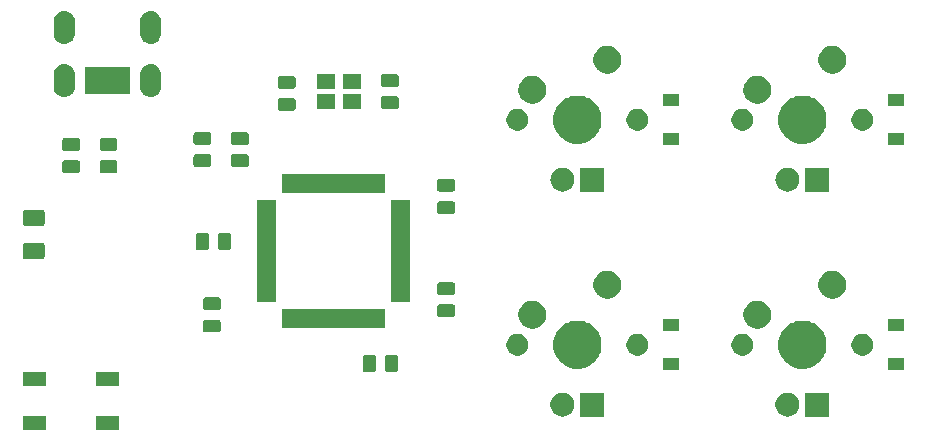
<source format=gbs>
G04 #@! TF.GenerationSoftware,KiCad,Pcbnew,(5.1.4)-1*
G04 #@! TF.CreationDate,2020-12-10T18:26:19-06:00*
G04 #@! TF.ProjectId,pcb-guide,7063622d-6775-4696-9465-2e6b69636164,rev?*
G04 #@! TF.SameCoordinates,Original*
G04 #@! TF.FileFunction,Soldermask,Bot*
G04 #@! TF.FilePolarity,Negative*
%FSLAX46Y46*%
G04 Gerber Fmt 4.6, Leading zero omitted, Abs format (unit mm)*
G04 Created by KiCad (PCBNEW (5.1.4)-1) date 2020-12-10 18:26:19*
%MOMM*%
%LPD*%
G04 APERTURE LIST*
%ADD10C,0.100000*%
G04 APERTURE END LIST*
D10*
G36*
X175501000Y-61252000D02*
G01*
X173599000Y-61252000D01*
X173599000Y-60050000D01*
X175501000Y-60050000D01*
X175501000Y-61252000D01*
X175501000Y-61252000D01*
G37*
G36*
X169301000Y-61252000D02*
G01*
X167399000Y-61252000D01*
X167399000Y-60050000D01*
X169301000Y-60050000D01*
X169301000Y-61252000D01*
X169301000Y-61252000D01*
G37*
G36*
X213168925Y-58120488D02*
G01*
X213335210Y-58153563D01*
X213517836Y-58229209D01*
X213682194Y-58339030D01*
X213821970Y-58478806D01*
X213931791Y-58643164D01*
X214007437Y-58825790D01*
X214046000Y-59019664D01*
X214046000Y-59217336D01*
X214007437Y-59411210D01*
X213931791Y-59593836D01*
X213821970Y-59758194D01*
X213682194Y-59897970D01*
X213517836Y-60007791D01*
X213335210Y-60083437D01*
X213168925Y-60116512D01*
X213141337Y-60122000D01*
X212943663Y-60122000D01*
X212916075Y-60116512D01*
X212749790Y-60083437D01*
X212567164Y-60007791D01*
X212402806Y-59897970D01*
X212263030Y-59758194D01*
X212153209Y-59593836D01*
X212077563Y-59411210D01*
X212039000Y-59217336D01*
X212039000Y-59019664D01*
X212077563Y-58825790D01*
X212153209Y-58643164D01*
X212263030Y-58478806D01*
X212402806Y-58339030D01*
X212567164Y-58229209D01*
X212749790Y-58153563D01*
X212916075Y-58120488D01*
X212943663Y-58115000D01*
X213141337Y-58115000D01*
X213168925Y-58120488D01*
X213168925Y-58120488D01*
G37*
G36*
X216586000Y-60122000D02*
G01*
X214579000Y-60122000D01*
X214579000Y-58115000D01*
X216586000Y-58115000D01*
X216586000Y-60122000D01*
X216586000Y-60122000D01*
G37*
G36*
X235636000Y-60122000D02*
G01*
X233629000Y-60122000D01*
X233629000Y-58115000D01*
X235636000Y-58115000D01*
X235636000Y-60122000D01*
X235636000Y-60122000D01*
G37*
G36*
X232218925Y-58120488D02*
G01*
X232385210Y-58153563D01*
X232567836Y-58229209D01*
X232732194Y-58339030D01*
X232871970Y-58478806D01*
X232981791Y-58643164D01*
X233057437Y-58825790D01*
X233096000Y-59019664D01*
X233096000Y-59217336D01*
X233057437Y-59411210D01*
X232981791Y-59593836D01*
X232871970Y-59758194D01*
X232732194Y-59897970D01*
X232567836Y-60007791D01*
X232385210Y-60083437D01*
X232218925Y-60116512D01*
X232191337Y-60122000D01*
X231993663Y-60122000D01*
X231966075Y-60116512D01*
X231799790Y-60083437D01*
X231617164Y-60007791D01*
X231452806Y-59897970D01*
X231313030Y-59758194D01*
X231203209Y-59593836D01*
X231127563Y-59411210D01*
X231089000Y-59217336D01*
X231089000Y-59019664D01*
X231127563Y-58825790D01*
X231203209Y-58643164D01*
X231313030Y-58478806D01*
X231452806Y-58339030D01*
X231617164Y-58229209D01*
X231799790Y-58153563D01*
X231966075Y-58120488D01*
X231993663Y-58115000D01*
X232191337Y-58115000D01*
X232218925Y-58120488D01*
X232218925Y-58120488D01*
G37*
G36*
X169301000Y-57552000D02*
G01*
X167399000Y-57552000D01*
X167399000Y-56350000D01*
X169301000Y-56350000D01*
X169301000Y-57552000D01*
X169301000Y-57552000D01*
G37*
G36*
X175501000Y-57552000D02*
G01*
X173599000Y-57552000D01*
X173599000Y-56350000D01*
X175501000Y-56350000D01*
X175501000Y-57552000D01*
X175501000Y-57552000D01*
G37*
G36*
X198953218Y-54879565D02*
G01*
X198991888Y-54891296D01*
X199027527Y-54910346D01*
X199058767Y-54935983D01*
X199084404Y-54967223D01*
X199103454Y-55002862D01*
X199115185Y-55041532D01*
X199119750Y-55087888D01*
X199119750Y-56164112D01*
X199115185Y-56210468D01*
X199103454Y-56249138D01*
X199084404Y-56284777D01*
X199058767Y-56316017D01*
X199027527Y-56341654D01*
X198991888Y-56360704D01*
X198953218Y-56372435D01*
X198906862Y-56377000D01*
X198255638Y-56377000D01*
X198209282Y-56372435D01*
X198170612Y-56360704D01*
X198134973Y-56341654D01*
X198103733Y-56316017D01*
X198078096Y-56284777D01*
X198059046Y-56249138D01*
X198047315Y-56210468D01*
X198042750Y-56164112D01*
X198042750Y-55087888D01*
X198047315Y-55041532D01*
X198059046Y-55002862D01*
X198078096Y-54967223D01*
X198103733Y-54935983D01*
X198134973Y-54910346D01*
X198170612Y-54891296D01*
X198209282Y-54879565D01*
X198255638Y-54875000D01*
X198906862Y-54875000D01*
X198953218Y-54879565D01*
X198953218Y-54879565D01*
G37*
G36*
X197078218Y-54879565D02*
G01*
X197116888Y-54891296D01*
X197152527Y-54910346D01*
X197183767Y-54935983D01*
X197209404Y-54967223D01*
X197228454Y-55002862D01*
X197240185Y-55041532D01*
X197244750Y-55087888D01*
X197244750Y-56164112D01*
X197240185Y-56210468D01*
X197228454Y-56249138D01*
X197209404Y-56284777D01*
X197183767Y-56316017D01*
X197152527Y-56341654D01*
X197116888Y-56360704D01*
X197078218Y-56372435D01*
X197031862Y-56377000D01*
X196380638Y-56377000D01*
X196334282Y-56372435D01*
X196295612Y-56360704D01*
X196259973Y-56341654D01*
X196228733Y-56316017D01*
X196203096Y-56284777D01*
X196184046Y-56249138D01*
X196172315Y-56210468D01*
X196167750Y-56164112D01*
X196167750Y-55087888D01*
X196172315Y-55041532D01*
X196184046Y-55002862D01*
X196203096Y-54967223D01*
X196228733Y-54935983D01*
X196259973Y-54910346D01*
X196295612Y-54891296D01*
X196334282Y-54879565D01*
X196380638Y-54875000D01*
X197031862Y-54875000D01*
X197078218Y-54879565D01*
X197078218Y-54879565D01*
G37*
G36*
X222901000Y-56189500D02*
G01*
X221599000Y-56189500D01*
X221599000Y-55187500D01*
X222901000Y-55187500D01*
X222901000Y-56189500D01*
X222901000Y-56189500D01*
G37*
G36*
X241951000Y-56189500D02*
G01*
X240649000Y-56189500D01*
X240649000Y-55187500D01*
X241951000Y-55187500D01*
X241951000Y-56189500D01*
X241951000Y-56189500D01*
G37*
G36*
X214908974Y-52072184D02*
G01*
X215126974Y-52162483D01*
X215281123Y-52226333D01*
X215616048Y-52450123D01*
X215900877Y-52734952D01*
X216124667Y-53069877D01*
X216157062Y-53148086D01*
X216278816Y-53442026D01*
X216357400Y-53837094D01*
X216357400Y-54239906D01*
X216278816Y-54634974D01*
X216227951Y-54757772D01*
X216124667Y-55007123D01*
X215900877Y-55342048D01*
X215616048Y-55626877D01*
X215281123Y-55850667D01*
X215126974Y-55914517D01*
X214908974Y-56004816D01*
X214513906Y-56083400D01*
X214111094Y-56083400D01*
X213716026Y-56004816D01*
X213498026Y-55914517D01*
X213343877Y-55850667D01*
X213008952Y-55626877D01*
X212724123Y-55342048D01*
X212500333Y-55007123D01*
X212397049Y-54757772D01*
X212346184Y-54634974D01*
X212267600Y-54239906D01*
X212267600Y-53837094D01*
X212346184Y-53442026D01*
X212467938Y-53148086D01*
X212500333Y-53069877D01*
X212724123Y-52734952D01*
X213008952Y-52450123D01*
X213343877Y-52226333D01*
X213498026Y-52162483D01*
X213716026Y-52072184D01*
X214111094Y-51993600D01*
X214513906Y-51993600D01*
X214908974Y-52072184D01*
X214908974Y-52072184D01*
G37*
G36*
X233958974Y-52072184D02*
G01*
X234176974Y-52162483D01*
X234331123Y-52226333D01*
X234666048Y-52450123D01*
X234950877Y-52734952D01*
X235174667Y-53069877D01*
X235207062Y-53148086D01*
X235328816Y-53442026D01*
X235407400Y-53837094D01*
X235407400Y-54239906D01*
X235328816Y-54634974D01*
X235277951Y-54757772D01*
X235174667Y-55007123D01*
X234950877Y-55342048D01*
X234666048Y-55626877D01*
X234331123Y-55850667D01*
X234176974Y-55914517D01*
X233958974Y-56004816D01*
X233563906Y-56083400D01*
X233161094Y-56083400D01*
X232766026Y-56004816D01*
X232548026Y-55914517D01*
X232393877Y-55850667D01*
X232058952Y-55626877D01*
X231774123Y-55342048D01*
X231550333Y-55007123D01*
X231447049Y-54757772D01*
X231396184Y-54634974D01*
X231317600Y-54239906D01*
X231317600Y-53837094D01*
X231396184Y-53442026D01*
X231517938Y-53148086D01*
X231550333Y-53069877D01*
X231774123Y-52734952D01*
X232058952Y-52450123D01*
X232393877Y-52226333D01*
X232548026Y-52162483D01*
X232766026Y-52072184D01*
X233161094Y-51993600D01*
X233563906Y-51993600D01*
X233958974Y-52072184D01*
X233958974Y-52072184D01*
G37*
G36*
X238712604Y-53148085D02*
G01*
X238881126Y-53217889D01*
X239032791Y-53319228D01*
X239161772Y-53448209D01*
X239263111Y-53599874D01*
X239332915Y-53768396D01*
X239368500Y-53947297D01*
X239368500Y-54129703D01*
X239332915Y-54308604D01*
X239263111Y-54477126D01*
X239161772Y-54628791D01*
X239032791Y-54757772D01*
X238881126Y-54859111D01*
X238712604Y-54928915D01*
X238533703Y-54964500D01*
X238351297Y-54964500D01*
X238172396Y-54928915D01*
X238003874Y-54859111D01*
X237852209Y-54757772D01*
X237723228Y-54628791D01*
X237621889Y-54477126D01*
X237552085Y-54308604D01*
X237516500Y-54129703D01*
X237516500Y-53947297D01*
X237552085Y-53768396D01*
X237621889Y-53599874D01*
X237723228Y-53448209D01*
X237852209Y-53319228D01*
X238003874Y-53217889D01*
X238172396Y-53148085D01*
X238351297Y-53112500D01*
X238533703Y-53112500D01*
X238712604Y-53148085D01*
X238712604Y-53148085D01*
G37*
G36*
X228552604Y-53148085D02*
G01*
X228721126Y-53217889D01*
X228872791Y-53319228D01*
X229001772Y-53448209D01*
X229103111Y-53599874D01*
X229172915Y-53768396D01*
X229208500Y-53947297D01*
X229208500Y-54129703D01*
X229172915Y-54308604D01*
X229103111Y-54477126D01*
X229001772Y-54628791D01*
X228872791Y-54757772D01*
X228721126Y-54859111D01*
X228552604Y-54928915D01*
X228373703Y-54964500D01*
X228191297Y-54964500D01*
X228012396Y-54928915D01*
X227843874Y-54859111D01*
X227692209Y-54757772D01*
X227563228Y-54628791D01*
X227461889Y-54477126D01*
X227392085Y-54308604D01*
X227356500Y-54129703D01*
X227356500Y-53947297D01*
X227392085Y-53768396D01*
X227461889Y-53599874D01*
X227563228Y-53448209D01*
X227692209Y-53319228D01*
X227843874Y-53217889D01*
X228012396Y-53148085D01*
X228191297Y-53112500D01*
X228373703Y-53112500D01*
X228552604Y-53148085D01*
X228552604Y-53148085D01*
G37*
G36*
X219662604Y-53148085D02*
G01*
X219831126Y-53217889D01*
X219982791Y-53319228D01*
X220111772Y-53448209D01*
X220213111Y-53599874D01*
X220282915Y-53768396D01*
X220318500Y-53947297D01*
X220318500Y-54129703D01*
X220282915Y-54308604D01*
X220213111Y-54477126D01*
X220111772Y-54628791D01*
X219982791Y-54757772D01*
X219831126Y-54859111D01*
X219662604Y-54928915D01*
X219483703Y-54964500D01*
X219301297Y-54964500D01*
X219122396Y-54928915D01*
X218953874Y-54859111D01*
X218802209Y-54757772D01*
X218673228Y-54628791D01*
X218571889Y-54477126D01*
X218502085Y-54308604D01*
X218466500Y-54129703D01*
X218466500Y-53947297D01*
X218502085Y-53768396D01*
X218571889Y-53599874D01*
X218673228Y-53448209D01*
X218802209Y-53319228D01*
X218953874Y-53217889D01*
X219122396Y-53148085D01*
X219301297Y-53112500D01*
X219483703Y-53112500D01*
X219662604Y-53148085D01*
X219662604Y-53148085D01*
G37*
G36*
X209502604Y-53148085D02*
G01*
X209671126Y-53217889D01*
X209822791Y-53319228D01*
X209951772Y-53448209D01*
X210053111Y-53599874D01*
X210122915Y-53768396D01*
X210158500Y-53947297D01*
X210158500Y-54129703D01*
X210122915Y-54308604D01*
X210053111Y-54477126D01*
X209951772Y-54628791D01*
X209822791Y-54757772D01*
X209671126Y-54859111D01*
X209502604Y-54928915D01*
X209323703Y-54964500D01*
X209141297Y-54964500D01*
X208962396Y-54928915D01*
X208793874Y-54859111D01*
X208642209Y-54757772D01*
X208513228Y-54628791D01*
X208411889Y-54477126D01*
X208342085Y-54308604D01*
X208306500Y-54129703D01*
X208306500Y-53947297D01*
X208342085Y-53768396D01*
X208411889Y-53599874D01*
X208513228Y-53448209D01*
X208642209Y-53319228D01*
X208793874Y-53217889D01*
X208962396Y-53148085D01*
X209141297Y-53112500D01*
X209323703Y-53112500D01*
X209502604Y-53148085D01*
X209502604Y-53148085D01*
G37*
G36*
X183940718Y-51917065D02*
G01*
X183979388Y-51928796D01*
X184015027Y-51947846D01*
X184046267Y-51973483D01*
X184071904Y-52004723D01*
X184090954Y-52040362D01*
X184102685Y-52079032D01*
X184107250Y-52125388D01*
X184107250Y-52776612D01*
X184102685Y-52822968D01*
X184090954Y-52861638D01*
X184071904Y-52897277D01*
X184046267Y-52928517D01*
X184015027Y-52954154D01*
X183979388Y-52973204D01*
X183940718Y-52984935D01*
X183894362Y-52989500D01*
X182818138Y-52989500D01*
X182771782Y-52984935D01*
X182733112Y-52973204D01*
X182697473Y-52954154D01*
X182666233Y-52928517D01*
X182640596Y-52897277D01*
X182621546Y-52861638D01*
X182609815Y-52822968D01*
X182605250Y-52776612D01*
X182605250Y-52125388D01*
X182609815Y-52079032D01*
X182621546Y-52040362D01*
X182640596Y-52004723D01*
X182666233Y-51973483D01*
X182697473Y-51947846D01*
X182733112Y-51928796D01*
X182771782Y-51917065D01*
X182818138Y-51912500D01*
X183894362Y-51912500D01*
X183940718Y-51917065D01*
X183940718Y-51917065D01*
G37*
G36*
X222901000Y-52889500D02*
G01*
X221599000Y-52889500D01*
X221599000Y-51887500D01*
X222901000Y-51887500D01*
X222901000Y-52889500D01*
X222901000Y-52889500D01*
G37*
G36*
X241951000Y-52889500D02*
G01*
X240649000Y-52889500D01*
X240649000Y-51887500D01*
X241951000Y-51887500D01*
X241951000Y-52889500D01*
X241951000Y-52889500D01*
G37*
G36*
X229744060Y-50337564D02*
G01*
X229895527Y-50367693D01*
X230109545Y-50456342D01*
X230109546Y-50456343D01*
X230302154Y-50585039D01*
X230465961Y-50748846D01*
X230519666Y-50829222D01*
X230594658Y-50941455D01*
X230683307Y-51155473D01*
X230683307Y-51155475D01*
X230728500Y-51382673D01*
X230728500Y-51614327D01*
X230714576Y-51684326D01*
X230683307Y-51841527D01*
X230594658Y-52055545D01*
X230594657Y-52055546D01*
X230465961Y-52248154D01*
X230302154Y-52411961D01*
X230245040Y-52450123D01*
X230109545Y-52540658D01*
X229895527Y-52629307D01*
X229744060Y-52659436D01*
X229668327Y-52674500D01*
X229436673Y-52674500D01*
X229360940Y-52659436D01*
X229209473Y-52629307D01*
X228995455Y-52540658D01*
X228859960Y-52450123D01*
X228802846Y-52411961D01*
X228639039Y-52248154D01*
X228510343Y-52055546D01*
X228510342Y-52055545D01*
X228421693Y-51841527D01*
X228390424Y-51684326D01*
X228376500Y-51614327D01*
X228376500Y-51382673D01*
X228421693Y-51155475D01*
X228421693Y-51155473D01*
X228510342Y-50941455D01*
X228585334Y-50829222D01*
X228639039Y-50748846D01*
X228802846Y-50585039D01*
X228995454Y-50456343D01*
X228995455Y-50456342D01*
X229209473Y-50367693D01*
X229360940Y-50337564D01*
X229436673Y-50322500D01*
X229668327Y-50322500D01*
X229744060Y-50337564D01*
X229744060Y-50337564D01*
G37*
G36*
X210694060Y-50337564D02*
G01*
X210845527Y-50367693D01*
X211059545Y-50456342D01*
X211059546Y-50456343D01*
X211252154Y-50585039D01*
X211415961Y-50748846D01*
X211469666Y-50829222D01*
X211544658Y-50941455D01*
X211633307Y-51155473D01*
X211633307Y-51155475D01*
X211678500Y-51382673D01*
X211678500Y-51614327D01*
X211664576Y-51684326D01*
X211633307Y-51841527D01*
X211544658Y-52055545D01*
X211544657Y-52055546D01*
X211415961Y-52248154D01*
X211252154Y-52411961D01*
X211195040Y-52450123D01*
X211059545Y-52540658D01*
X210845527Y-52629307D01*
X210694060Y-52659436D01*
X210618327Y-52674500D01*
X210386673Y-52674500D01*
X210310940Y-52659436D01*
X210159473Y-52629307D01*
X209945455Y-52540658D01*
X209809960Y-52450123D01*
X209752846Y-52411961D01*
X209589039Y-52248154D01*
X209460343Y-52055546D01*
X209460342Y-52055545D01*
X209371693Y-51841527D01*
X209340424Y-51684326D01*
X209326500Y-51614327D01*
X209326500Y-51382673D01*
X209371693Y-51155475D01*
X209371693Y-51155473D01*
X209460342Y-50941455D01*
X209535334Y-50829222D01*
X209589039Y-50748846D01*
X209752846Y-50585039D01*
X209945454Y-50456343D01*
X209945455Y-50456342D01*
X210159473Y-50367693D01*
X210310940Y-50337564D01*
X210386673Y-50322500D01*
X210618327Y-50322500D01*
X210694060Y-50337564D01*
X210694060Y-50337564D01*
G37*
G36*
X198001000Y-52602000D02*
G01*
X189349000Y-52602000D01*
X189349000Y-51000000D01*
X198001000Y-51000000D01*
X198001000Y-52602000D01*
X198001000Y-52602000D01*
G37*
G36*
X203784468Y-50617065D02*
G01*
X203823138Y-50628796D01*
X203858777Y-50647846D01*
X203890017Y-50673483D01*
X203915654Y-50704723D01*
X203934704Y-50740362D01*
X203946435Y-50779032D01*
X203951000Y-50825388D01*
X203951000Y-51476612D01*
X203946435Y-51522968D01*
X203934704Y-51561638D01*
X203915654Y-51597277D01*
X203890017Y-51628517D01*
X203858777Y-51654154D01*
X203823138Y-51673204D01*
X203784468Y-51684935D01*
X203738112Y-51689500D01*
X202661888Y-51689500D01*
X202615532Y-51684935D01*
X202576862Y-51673204D01*
X202541223Y-51654154D01*
X202509983Y-51628517D01*
X202484346Y-51597277D01*
X202465296Y-51561638D01*
X202453565Y-51522968D01*
X202449000Y-51476612D01*
X202449000Y-50825388D01*
X202453565Y-50779032D01*
X202465296Y-50740362D01*
X202484346Y-50704723D01*
X202509983Y-50673483D01*
X202541223Y-50647846D01*
X202576862Y-50628796D01*
X202615532Y-50617065D01*
X202661888Y-50612500D01*
X203738112Y-50612500D01*
X203784468Y-50617065D01*
X203784468Y-50617065D01*
G37*
G36*
X183940718Y-50042065D02*
G01*
X183979388Y-50053796D01*
X184015027Y-50072846D01*
X184046267Y-50098483D01*
X184071904Y-50129723D01*
X184090954Y-50165362D01*
X184102685Y-50204032D01*
X184107250Y-50250388D01*
X184107250Y-50901612D01*
X184102685Y-50947968D01*
X184090954Y-50986638D01*
X184071904Y-51022277D01*
X184046267Y-51053517D01*
X184015027Y-51079154D01*
X183979388Y-51098204D01*
X183940718Y-51109935D01*
X183894362Y-51114500D01*
X182818138Y-51114500D01*
X182771782Y-51109935D01*
X182733112Y-51098204D01*
X182697473Y-51079154D01*
X182666233Y-51053517D01*
X182640596Y-51022277D01*
X182621546Y-50986638D01*
X182609815Y-50947968D01*
X182605250Y-50901612D01*
X182605250Y-50250388D01*
X182609815Y-50204032D01*
X182621546Y-50165362D01*
X182640596Y-50129723D01*
X182666233Y-50098483D01*
X182697473Y-50072846D01*
X182733112Y-50053796D01*
X182771782Y-50042065D01*
X182818138Y-50037500D01*
X183894362Y-50037500D01*
X183940718Y-50042065D01*
X183940718Y-50042065D01*
G37*
G36*
X200176000Y-50427000D02*
G01*
X198574000Y-50427000D01*
X198574000Y-41775000D01*
X200176000Y-41775000D01*
X200176000Y-50427000D01*
X200176000Y-50427000D01*
G37*
G36*
X188776000Y-50427000D02*
G01*
X187174000Y-50427000D01*
X187174000Y-41775000D01*
X188776000Y-41775000D01*
X188776000Y-50427000D01*
X188776000Y-50427000D01*
G37*
G36*
X217044060Y-47797564D02*
G01*
X217195527Y-47827693D01*
X217409545Y-47916342D01*
X217409546Y-47916343D01*
X217602154Y-48045039D01*
X217765961Y-48208846D01*
X217851758Y-48337251D01*
X217894658Y-48401455D01*
X217983307Y-48615473D01*
X218028500Y-48842674D01*
X218028500Y-49074326D01*
X217983307Y-49301527D01*
X217894658Y-49515545D01*
X217894657Y-49515546D01*
X217765961Y-49708154D01*
X217602154Y-49871961D01*
X217473749Y-49957758D01*
X217409545Y-50000658D01*
X217195527Y-50089307D01*
X217059517Y-50116361D01*
X216968327Y-50134500D01*
X216736673Y-50134500D01*
X216645483Y-50116361D01*
X216509473Y-50089307D01*
X216295455Y-50000658D01*
X216231251Y-49957758D01*
X216102846Y-49871961D01*
X215939039Y-49708154D01*
X215810343Y-49515546D01*
X215810342Y-49515545D01*
X215721693Y-49301527D01*
X215676500Y-49074326D01*
X215676500Y-48842674D01*
X215721693Y-48615473D01*
X215810342Y-48401455D01*
X215853242Y-48337251D01*
X215939039Y-48208846D01*
X216102846Y-48045039D01*
X216295454Y-47916343D01*
X216295455Y-47916342D01*
X216509473Y-47827693D01*
X216660940Y-47797564D01*
X216736673Y-47782500D01*
X216968327Y-47782500D01*
X217044060Y-47797564D01*
X217044060Y-47797564D01*
G37*
G36*
X236094060Y-47797564D02*
G01*
X236245527Y-47827693D01*
X236459545Y-47916342D01*
X236459546Y-47916343D01*
X236652154Y-48045039D01*
X236815961Y-48208846D01*
X236901758Y-48337251D01*
X236944658Y-48401455D01*
X237033307Y-48615473D01*
X237078500Y-48842674D01*
X237078500Y-49074326D01*
X237033307Y-49301527D01*
X236944658Y-49515545D01*
X236944657Y-49515546D01*
X236815961Y-49708154D01*
X236652154Y-49871961D01*
X236523749Y-49957758D01*
X236459545Y-50000658D01*
X236245527Y-50089307D01*
X236109517Y-50116361D01*
X236018327Y-50134500D01*
X235786673Y-50134500D01*
X235695483Y-50116361D01*
X235559473Y-50089307D01*
X235345455Y-50000658D01*
X235281251Y-49957758D01*
X235152846Y-49871961D01*
X234989039Y-49708154D01*
X234860343Y-49515546D01*
X234860342Y-49515545D01*
X234771693Y-49301527D01*
X234726500Y-49074326D01*
X234726500Y-48842674D01*
X234771693Y-48615473D01*
X234860342Y-48401455D01*
X234903242Y-48337251D01*
X234989039Y-48208846D01*
X235152846Y-48045039D01*
X235345454Y-47916343D01*
X235345455Y-47916342D01*
X235559473Y-47827693D01*
X235710940Y-47797564D01*
X235786673Y-47782500D01*
X236018327Y-47782500D01*
X236094060Y-47797564D01*
X236094060Y-47797564D01*
G37*
G36*
X203784468Y-48742065D02*
G01*
X203823138Y-48753796D01*
X203858777Y-48772846D01*
X203890017Y-48798483D01*
X203915654Y-48829723D01*
X203934704Y-48865362D01*
X203946435Y-48904032D01*
X203951000Y-48950388D01*
X203951000Y-49601612D01*
X203946435Y-49647968D01*
X203934704Y-49686638D01*
X203915654Y-49722277D01*
X203890017Y-49753517D01*
X203858777Y-49779154D01*
X203823138Y-49798204D01*
X203784468Y-49809935D01*
X203738112Y-49814500D01*
X202661888Y-49814500D01*
X202615532Y-49809935D01*
X202576862Y-49798204D01*
X202541223Y-49779154D01*
X202509983Y-49753517D01*
X202484346Y-49722277D01*
X202465296Y-49686638D01*
X202453565Y-49647968D01*
X202449000Y-49601612D01*
X202449000Y-48950388D01*
X202453565Y-48904032D01*
X202465296Y-48865362D01*
X202484346Y-48829723D01*
X202509983Y-48798483D01*
X202541223Y-48772846D01*
X202576862Y-48753796D01*
X202615532Y-48742065D01*
X202661888Y-48737500D01*
X203738112Y-48737500D01*
X203784468Y-48742065D01*
X203784468Y-48742065D01*
G37*
G36*
X169043604Y-45429347D02*
G01*
X169080144Y-45440432D01*
X169113821Y-45458433D01*
X169143341Y-45482659D01*
X169167567Y-45512179D01*
X169185568Y-45545856D01*
X169196653Y-45582396D01*
X169201000Y-45626538D01*
X169201000Y-46575462D01*
X169196653Y-46619604D01*
X169185568Y-46656144D01*
X169167567Y-46689821D01*
X169143341Y-46719341D01*
X169113821Y-46743567D01*
X169080144Y-46761568D01*
X169043604Y-46772653D01*
X168999462Y-46777000D01*
X167550538Y-46777000D01*
X167506396Y-46772653D01*
X167469856Y-46761568D01*
X167436179Y-46743567D01*
X167406659Y-46719341D01*
X167382433Y-46689821D01*
X167364432Y-46656144D01*
X167353347Y-46619604D01*
X167349000Y-46575462D01*
X167349000Y-45626538D01*
X167353347Y-45582396D01*
X167364432Y-45545856D01*
X167382433Y-45512179D01*
X167406659Y-45482659D01*
X167436179Y-45458433D01*
X167469856Y-45440432D01*
X167506396Y-45429347D01*
X167550538Y-45425000D01*
X168999462Y-45425000D01*
X169043604Y-45429347D01*
X169043604Y-45429347D01*
G37*
G36*
X182934468Y-44560815D02*
G01*
X182973138Y-44572546D01*
X183008777Y-44591596D01*
X183040017Y-44617233D01*
X183065654Y-44648473D01*
X183084704Y-44684112D01*
X183096435Y-44722782D01*
X183101000Y-44769138D01*
X183101000Y-45845362D01*
X183096435Y-45891718D01*
X183084704Y-45930388D01*
X183065654Y-45966027D01*
X183040017Y-45997267D01*
X183008777Y-46022904D01*
X182973138Y-46041954D01*
X182934468Y-46053685D01*
X182888112Y-46058250D01*
X182236888Y-46058250D01*
X182190532Y-46053685D01*
X182151862Y-46041954D01*
X182116223Y-46022904D01*
X182084983Y-45997267D01*
X182059346Y-45966027D01*
X182040296Y-45930388D01*
X182028565Y-45891718D01*
X182024000Y-45845362D01*
X182024000Y-44769138D01*
X182028565Y-44722782D01*
X182040296Y-44684112D01*
X182059346Y-44648473D01*
X182084983Y-44617233D01*
X182116223Y-44591596D01*
X182151862Y-44572546D01*
X182190532Y-44560815D01*
X182236888Y-44556250D01*
X182888112Y-44556250D01*
X182934468Y-44560815D01*
X182934468Y-44560815D01*
G37*
G36*
X184809468Y-44560815D02*
G01*
X184848138Y-44572546D01*
X184883777Y-44591596D01*
X184915017Y-44617233D01*
X184940654Y-44648473D01*
X184959704Y-44684112D01*
X184971435Y-44722782D01*
X184976000Y-44769138D01*
X184976000Y-45845362D01*
X184971435Y-45891718D01*
X184959704Y-45930388D01*
X184940654Y-45966027D01*
X184915017Y-45997267D01*
X184883777Y-46022904D01*
X184848138Y-46041954D01*
X184809468Y-46053685D01*
X184763112Y-46058250D01*
X184111888Y-46058250D01*
X184065532Y-46053685D01*
X184026862Y-46041954D01*
X183991223Y-46022904D01*
X183959983Y-45997267D01*
X183934346Y-45966027D01*
X183915296Y-45930388D01*
X183903565Y-45891718D01*
X183899000Y-45845362D01*
X183899000Y-44769138D01*
X183903565Y-44722782D01*
X183915296Y-44684112D01*
X183934346Y-44648473D01*
X183959983Y-44617233D01*
X183991223Y-44591596D01*
X184026862Y-44572546D01*
X184065532Y-44560815D01*
X184111888Y-44556250D01*
X184763112Y-44556250D01*
X184809468Y-44560815D01*
X184809468Y-44560815D01*
G37*
G36*
X169043604Y-42629347D02*
G01*
X169080144Y-42640432D01*
X169113821Y-42658433D01*
X169143341Y-42682659D01*
X169167567Y-42712179D01*
X169185568Y-42745856D01*
X169196653Y-42782396D01*
X169201000Y-42826538D01*
X169201000Y-43775462D01*
X169196653Y-43819604D01*
X169185568Y-43856144D01*
X169167567Y-43889821D01*
X169143341Y-43919341D01*
X169113821Y-43943567D01*
X169080144Y-43961568D01*
X169043604Y-43972653D01*
X168999462Y-43977000D01*
X167550538Y-43977000D01*
X167506396Y-43972653D01*
X167469856Y-43961568D01*
X167436179Y-43943567D01*
X167406659Y-43919341D01*
X167382433Y-43889821D01*
X167364432Y-43856144D01*
X167353347Y-43819604D01*
X167349000Y-43775462D01*
X167349000Y-42826538D01*
X167353347Y-42782396D01*
X167364432Y-42745856D01*
X167382433Y-42712179D01*
X167406659Y-42682659D01*
X167436179Y-42658433D01*
X167469856Y-42640432D01*
X167506396Y-42629347D01*
X167550538Y-42625000D01*
X168999462Y-42625000D01*
X169043604Y-42629347D01*
X169043604Y-42629347D01*
G37*
G36*
X203784468Y-41885815D02*
G01*
X203823138Y-41897546D01*
X203858777Y-41916596D01*
X203890017Y-41942233D01*
X203915654Y-41973473D01*
X203934704Y-42009112D01*
X203946435Y-42047782D01*
X203951000Y-42094138D01*
X203951000Y-42745362D01*
X203946435Y-42791718D01*
X203934704Y-42830388D01*
X203915654Y-42866027D01*
X203890017Y-42897267D01*
X203858777Y-42922904D01*
X203823138Y-42941954D01*
X203784468Y-42953685D01*
X203738112Y-42958250D01*
X202661888Y-42958250D01*
X202615532Y-42953685D01*
X202576862Y-42941954D01*
X202541223Y-42922904D01*
X202509983Y-42897267D01*
X202484346Y-42866027D01*
X202465296Y-42830388D01*
X202453565Y-42791718D01*
X202449000Y-42745362D01*
X202449000Y-42094138D01*
X202453565Y-42047782D01*
X202465296Y-42009112D01*
X202484346Y-41973473D01*
X202509983Y-41942233D01*
X202541223Y-41916596D01*
X202576862Y-41897546D01*
X202615532Y-41885815D01*
X202661888Y-41881250D01*
X203738112Y-41881250D01*
X203784468Y-41885815D01*
X203784468Y-41885815D01*
G37*
G36*
X198001000Y-41202000D02*
G01*
X189349000Y-41202000D01*
X189349000Y-39600000D01*
X198001000Y-39600000D01*
X198001000Y-41202000D01*
X198001000Y-41202000D01*
G37*
G36*
X203784468Y-40010815D02*
G01*
X203823138Y-40022546D01*
X203858777Y-40041596D01*
X203890017Y-40067233D01*
X203915654Y-40098473D01*
X203934704Y-40134112D01*
X203946435Y-40172782D01*
X203951000Y-40219138D01*
X203951000Y-40870362D01*
X203946435Y-40916718D01*
X203934704Y-40955388D01*
X203915654Y-40991027D01*
X203890017Y-41022267D01*
X203858777Y-41047904D01*
X203823138Y-41066954D01*
X203784468Y-41078685D01*
X203738112Y-41083250D01*
X202661888Y-41083250D01*
X202615532Y-41078685D01*
X202576862Y-41066954D01*
X202541223Y-41047904D01*
X202509983Y-41022267D01*
X202484346Y-40991027D01*
X202465296Y-40955388D01*
X202453565Y-40916718D01*
X202449000Y-40870362D01*
X202449000Y-40219138D01*
X202453565Y-40172782D01*
X202465296Y-40134112D01*
X202484346Y-40098473D01*
X202509983Y-40067233D01*
X202541223Y-40041596D01*
X202576862Y-40022546D01*
X202615532Y-40010815D01*
X202661888Y-40006250D01*
X203738112Y-40006250D01*
X203784468Y-40010815D01*
X203784468Y-40010815D01*
G37*
G36*
X232218925Y-39070488D02*
G01*
X232385210Y-39103563D01*
X232567836Y-39179209D01*
X232732194Y-39289030D01*
X232871970Y-39428806D01*
X232981791Y-39593164D01*
X233057437Y-39775790D01*
X233090512Y-39942075D01*
X233096000Y-39969663D01*
X233096000Y-40167337D01*
X233094917Y-40172782D01*
X233057437Y-40361210D01*
X232981791Y-40543836D01*
X232871970Y-40708194D01*
X232732194Y-40847970D01*
X232567836Y-40957791D01*
X232385210Y-41033437D01*
X232218925Y-41066512D01*
X232191337Y-41072000D01*
X231993663Y-41072000D01*
X231966075Y-41066512D01*
X231799790Y-41033437D01*
X231617164Y-40957791D01*
X231452806Y-40847970D01*
X231313030Y-40708194D01*
X231203209Y-40543836D01*
X231127563Y-40361210D01*
X231090083Y-40172782D01*
X231089000Y-40167337D01*
X231089000Y-39969663D01*
X231094488Y-39942075D01*
X231127563Y-39775790D01*
X231203209Y-39593164D01*
X231313030Y-39428806D01*
X231452806Y-39289030D01*
X231617164Y-39179209D01*
X231799790Y-39103563D01*
X231966075Y-39070488D01*
X231993663Y-39065000D01*
X232191337Y-39065000D01*
X232218925Y-39070488D01*
X232218925Y-39070488D01*
G37*
G36*
X235636000Y-41072000D02*
G01*
X233629000Y-41072000D01*
X233629000Y-39065000D01*
X235636000Y-39065000D01*
X235636000Y-41072000D01*
X235636000Y-41072000D01*
G37*
G36*
X213168925Y-39070488D02*
G01*
X213335210Y-39103563D01*
X213517836Y-39179209D01*
X213682194Y-39289030D01*
X213821970Y-39428806D01*
X213931791Y-39593164D01*
X214007437Y-39775790D01*
X214040512Y-39942075D01*
X214046000Y-39969663D01*
X214046000Y-40167337D01*
X214044917Y-40172782D01*
X214007437Y-40361210D01*
X213931791Y-40543836D01*
X213821970Y-40708194D01*
X213682194Y-40847970D01*
X213517836Y-40957791D01*
X213335210Y-41033437D01*
X213168925Y-41066512D01*
X213141337Y-41072000D01*
X212943663Y-41072000D01*
X212916075Y-41066512D01*
X212749790Y-41033437D01*
X212567164Y-40957791D01*
X212402806Y-40847970D01*
X212263030Y-40708194D01*
X212153209Y-40543836D01*
X212077563Y-40361210D01*
X212040083Y-40172782D01*
X212039000Y-40167337D01*
X212039000Y-39969663D01*
X212044488Y-39942075D01*
X212077563Y-39775790D01*
X212153209Y-39593164D01*
X212263030Y-39428806D01*
X212402806Y-39289030D01*
X212567164Y-39179209D01*
X212749790Y-39103563D01*
X212916075Y-39070488D01*
X212943663Y-39065000D01*
X213141337Y-39065000D01*
X213168925Y-39070488D01*
X213168925Y-39070488D01*
G37*
G36*
X216586000Y-41072000D02*
G01*
X214579000Y-41072000D01*
X214579000Y-39065000D01*
X216586000Y-39065000D01*
X216586000Y-41072000D01*
X216586000Y-41072000D01*
G37*
G36*
X175209468Y-38423315D02*
G01*
X175248138Y-38435046D01*
X175283777Y-38454096D01*
X175315017Y-38479733D01*
X175340654Y-38510973D01*
X175359704Y-38546612D01*
X175371435Y-38585282D01*
X175376000Y-38631638D01*
X175376000Y-39282862D01*
X175371435Y-39329218D01*
X175359704Y-39367888D01*
X175340654Y-39403527D01*
X175315017Y-39434767D01*
X175283777Y-39460404D01*
X175248138Y-39479454D01*
X175209468Y-39491185D01*
X175163112Y-39495750D01*
X174086888Y-39495750D01*
X174040532Y-39491185D01*
X174001862Y-39479454D01*
X173966223Y-39460404D01*
X173934983Y-39434767D01*
X173909346Y-39403527D01*
X173890296Y-39367888D01*
X173878565Y-39329218D01*
X173874000Y-39282862D01*
X173874000Y-38631638D01*
X173878565Y-38585282D01*
X173890296Y-38546612D01*
X173909346Y-38510973D01*
X173934983Y-38479733D01*
X173966223Y-38454096D01*
X174001862Y-38435046D01*
X174040532Y-38423315D01*
X174086888Y-38418750D01*
X175163112Y-38418750D01*
X175209468Y-38423315D01*
X175209468Y-38423315D01*
G37*
G36*
X172034468Y-38423315D02*
G01*
X172073138Y-38435046D01*
X172108777Y-38454096D01*
X172140017Y-38479733D01*
X172165654Y-38510973D01*
X172184704Y-38546612D01*
X172196435Y-38585282D01*
X172201000Y-38631638D01*
X172201000Y-39282862D01*
X172196435Y-39329218D01*
X172184704Y-39367888D01*
X172165654Y-39403527D01*
X172140017Y-39434767D01*
X172108777Y-39460404D01*
X172073138Y-39479454D01*
X172034468Y-39491185D01*
X171988112Y-39495750D01*
X170911888Y-39495750D01*
X170865532Y-39491185D01*
X170826862Y-39479454D01*
X170791223Y-39460404D01*
X170759983Y-39434767D01*
X170734346Y-39403527D01*
X170715296Y-39367888D01*
X170703565Y-39329218D01*
X170699000Y-39282862D01*
X170699000Y-38631638D01*
X170703565Y-38585282D01*
X170715296Y-38546612D01*
X170734346Y-38510973D01*
X170759983Y-38479733D01*
X170791223Y-38454096D01*
X170826862Y-38435046D01*
X170865532Y-38423315D01*
X170911888Y-38418750D01*
X171988112Y-38418750D01*
X172034468Y-38423315D01*
X172034468Y-38423315D01*
G37*
G36*
X186321968Y-37917065D02*
G01*
X186360638Y-37928796D01*
X186396277Y-37947846D01*
X186427517Y-37973483D01*
X186453154Y-38004723D01*
X186472204Y-38040362D01*
X186483935Y-38079032D01*
X186488500Y-38125388D01*
X186488500Y-38776612D01*
X186483935Y-38822968D01*
X186472204Y-38861638D01*
X186453154Y-38897277D01*
X186427517Y-38928517D01*
X186396277Y-38954154D01*
X186360638Y-38973204D01*
X186321968Y-38984935D01*
X186275612Y-38989500D01*
X185199388Y-38989500D01*
X185153032Y-38984935D01*
X185114362Y-38973204D01*
X185078723Y-38954154D01*
X185047483Y-38928517D01*
X185021846Y-38897277D01*
X185002796Y-38861638D01*
X184991065Y-38822968D01*
X184986500Y-38776612D01*
X184986500Y-38125388D01*
X184991065Y-38079032D01*
X185002796Y-38040362D01*
X185021846Y-38004723D01*
X185047483Y-37973483D01*
X185078723Y-37947846D01*
X185114362Y-37928796D01*
X185153032Y-37917065D01*
X185199388Y-37912500D01*
X186275612Y-37912500D01*
X186321968Y-37917065D01*
X186321968Y-37917065D01*
G37*
G36*
X183146968Y-37917065D02*
G01*
X183185638Y-37928796D01*
X183221277Y-37947846D01*
X183252517Y-37973483D01*
X183278154Y-38004723D01*
X183297204Y-38040362D01*
X183308935Y-38079032D01*
X183313500Y-38125388D01*
X183313500Y-38776612D01*
X183308935Y-38822968D01*
X183297204Y-38861638D01*
X183278154Y-38897277D01*
X183252517Y-38928517D01*
X183221277Y-38954154D01*
X183185638Y-38973204D01*
X183146968Y-38984935D01*
X183100612Y-38989500D01*
X182024388Y-38989500D01*
X181978032Y-38984935D01*
X181939362Y-38973204D01*
X181903723Y-38954154D01*
X181872483Y-38928517D01*
X181846846Y-38897277D01*
X181827796Y-38861638D01*
X181816065Y-38822968D01*
X181811500Y-38776612D01*
X181811500Y-38125388D01*
X181816065Y-38079032D01*
X181827796Y-38040362D01*
X181846846Y-38004723D01*
X181872483Y-37973483D01*
X181903723Y-37947846D01*
X181939362Y-37928796D01*
X181978032Y-37917065D01*
X182024388Y-37912500D01*
X183100612Y-37912500D01*
X183146968Y-37917065D01*
X183146968Y-37917065D01*
G37*
G36*
X175209468Y-36548315D02*
G01*
X175248138Y-36560046D01*
X175283777Y-36579096D01*
X175315017Y-36604733D01*
X175340654Y-36635973D01*
X175359704Y-36671612D01*
X175371435Y-36710282D01*
X175376000Y-36756638D01*
X175376000Y-37407862D01*
X175371435Y-37454218D01*
X175359704Y-37492888D01*
X175340654Y-37528527D01*
X175315017Y-37559767D01*
X175283777Y-37585404D01*
X175248138Y-37604454D01*
X175209468Y-37616185D01*
X175163112Y-37620750D01*
X174086888Y-37620750D01*
X174040532Y-37616185D01*
X174001862Y-37604454D01*
X173966223Y-37585404D01*
X173934983Y-37559767D01*
X173909346Y-37528527D01*
X173890296Y-37492888D01*
X173878565Y-37454218D01*
X173874000Y-37407862D01*
X173874000Y-36756638D01*
X173878565Y-36710282D01*
X173890296Y-36671612D01*
X173909346Y-36635973D01*
X173934983Y-36604733D01*
X173966223Y-36579096D01*
X174001862Y-36560046D01*
X174040532Y-36548315D01*
X174086888Y-36543750D01*
X175163112Y-36543750D01*
X175209468Y-36548315D01*
X175209468Y-36548315D01*
G37*
G36*
X172034468Y-36548315D02*
G01*
X172073138Y-36560046D01*
X172108777Y-36579096D01*
X172140017Y-36604733D01*
X172165654Y-36635973D01*
X172184704Y-36671612D01*
X172196435Y-36710282D01*
X172201000Y-36756638D01*
X172201000Y-37407862D01*
X172196435Y-37454218D01*
X172184704Y-37492888D01*
X172165654Y-37528527D01*
X172140017Y-37559767D01*
X172108777Y-37585404D01*
X172073138Y-37604454D01*
X172034468Y-37616185D01*
X171988112Y-37620750D01*
X170911888Y-37620750D01*
X170865532Y-37616185D01*
X170826862Y-37604454D01*
X170791223Y-37585404D01*
X170759983Y-37559767D01*
X170734346Y-37528527D01*
X170715296Y-37492888D01*
X170703565Y-37454218D01*
X170699000Y-37407862D01*
X170699000Y-36756638D01*
X170703565Y-36710282D01*
X170715296Y-36671612D01*
X170734346Y-36635973D01*
X170759983Y-36604733D01*
X170791223Y-36579096D01*
X170826862Y-36560046D01*
X170865532Y-36548315D01*
X170911888Y-36543750D01*
X171988112Y-36543750D01*
X172034468Y-36548315D01*
X172034468Y-36548315D01*
G37*
G36*
X222901000Y-37139500D02*
G01*
X221599000Y-37139500D01*
X221599000Y-36137500D01*
X222901000Y-36137500D01*
X222901000Y-37139500D01*
X222901000Y-37139500D01*
G37*
G36*
X241951000Y-37139500D02*
G01*
X240649000Y-37139500D01*
X240649000Y-36137500D01*
X241951000Y-36137500D01*
X241951000Y-37139500D01*
X241951000Y-37139500D01*
G37*
G36*
X183146968Y-36042065D02*
G01*
X183185638Y-36053796D01*
X183221277Y-36072846D01*
X183252517Y-36098483D01*
X183278154Y-36129723D01*
X183297204Y-36165362D01*
X183308935Y-36204032D01*
X183313500Y-36250388D01*
X183313500Y-36901612D01*
X183308935Y-36947968D01*
X183297204Y-36986638D01*
X183278154Y-37022277D01*
X183252517Y-37053517D01*
X183221277Y-37079154D01*
X183185638Y-37098204D01*
X183146968Y-37109935D01*
X183100612Y-37114500D01*
X182024388Y-37114500D01*
X181978032Y-37109935D01*
X181939362Y-37098204D01*
X181903723Y-37079154D01*
X181872483Y-37053517D01*
X181846846Y-37022277D01*
X181827796Y-36986638D01*
X181816065Y-36947968D01*
X181811500Y-36901612D01*
X181811500Y-36250388D01*
X181816065Y-36204032D01*
X181827796Y-36165362D01*
X181846846Y-36129723D01*
X181872483Y-36098483D01*
X181903723Y-36072846D01*
X181939362Y-36053796D01*
X181978032Y-36042065D01*
X182024388Y-36037500D01*
X183100612Y-36037500D01*
X183146968Y-36042065D01*
X183146968Y-36042065D01*
G37*
G36*
X186321968Y-36042065D02*
G01*
X186360638Y-36053796D01*
X186396277Y-36072846D01*
X186427517Y-36098483D01*
X186453154Y-36129723D01*
X186472204Y-36165362D01*
X186483935Y-36204032D01*
X186488500Y-36250388D01*
X186488500Y-36901612D01*
X186483935Y-36947968D01*
X186472204Y-36986638D01*
X186453154Y-37022277D01*
X186427517Y-37053517D01*
X186396277Y-37079154D01*
X186360638Y-37098204D01*
X186321968Y-37109935D01*
X186275612Y-37114500D01*
X185199388Y-37114500D01*
X185153032Y-37109935D01*
X185114362Y-37098204D01*
X185078723Y-37079154D01*
X185047483Y-37053517D01*
X185021846Y-37022277D01*
X185002796Y-36986638D01*
X184991065Y-36947968D01*
X184986500Y-36901612D01*
X184986500Y-36250388D01*
X184991065Y-36204032D01*
X185002796Y-36165362D01*
X185021846Y-36129723D01*
X185047483Y-36098483D01*
X185078723Y-36072846D01*
X185114362Y-36053796D01*
X185153032Y-36042065D01*
X185199388Y-36037500D01*
X186275612Y-36037500D01*
X186321968Y-36042065D01*
X186321968Y-36042065D01*
G37*
G36*
X233958974Y-33022184D02*
G01*
X234176974Y-33112483D01*
X234331123Y-33176333D01*
X234666048Y-33400123D01*
X234950877Y-33684952D01*
X235174667Y-34019877D01*
X235207062Y-34098086D01*
X235328816Y-34392026D01*
X235407400Y-34787094D01*
X235407400Y-35189906D01*
X235328816Y-35584974D01*
X235277951Y-35707772D01*
X235174667Y-35957123D01*
X234950877Y-36292048D01*
X234666048Y-36576877D01*
X234331123Y-36800667D01*
X234176974Y-36864517D01*
X233958974Y-36954816D01*
X233563906Y-37033400D01*
X233161094Y-37033400D01*
X232766026Y-36954816D01*
X232548026Y-36864517D01*
X232393877Y-36800667D01*
X232058952Y-36576877D01*
X231774123Y-36292048D01*
X231550333Y-35957123D01*
X231447049Y-35707772D01*
X231396184Y-35584974D01*
X231317600Y-35189906D01*
X231317600Y-34787094D01*
X231396184Y-34392026D01*
X231517938Y-34098086D01*
X231550333Y-34019877D01*
X231774123Y-33684952D01*
X232058952Y-33400123D01*
X232393877Y-33176333D01*
X232548026Y-33112483D01*
X232766026Y-33022184D01*
X233161094Y-32943600D01*
X233563906Y-32943600D01*
X233958974Y-33022184D01*
X233958974Y-33022184D01*
G37*
G36*
X214908974Y-33022184D02*
G01*
X215126974Y-33112483D01*
X215281123Y-33176333D01*
X215616048Y-33400123D01*
X215900877Y-33684952D01*
X216124667Y-34019877D01*
X216157062Y-34098086D01*
X216278816Y-34392026D01*
X216357400Y-34787094D01*
X216357400Y-35189906D01*
X216278816Y-35584974D01*
X216227951Y-35707772D01*
X216124667Y-35957123D01*
X215900877Y-36292048D01*
X215616048Y-36576877D01*
X215281123Y-36800667D01*
X215126974Y-36864517D01*
X214908974Y-36954816D01*
X214513906Y-37033400D01*
X214111094Y-37033400D01*
X213716026Y-36954816D01*
X213498026Y-36864517D01*
X213343877Y-36800667D01*
X213008952Y-36576877D01*
X212724123Y-36292048D01*
X212500333Y-35957123D01*
X212397049Y-35707772D01*
X212346184Y-35584974D01*
X212267600Y-35189906D01*
X212267600Y-34787094D01*
X212346184Y-34392026D01*
X212467938Y-34098086D01*
X212500333Y-34019877D01*
X212724123Y-33684952D01*
X213008952Y-33400123D01*
X213343877Y-33176333D01*
X213498026Y-33112483D01*
X213716026Y-33022184D01*
X214111094Y-32943600D01*
X214513906Y-32943600D01*
X214908974Y-33022184D01*
X214908974Y-33022184D01*
G37*
G36*
X228552604Y-34098085D02*
G01*
X228721126Y-34167889D01*
X228872791Y-34269228D01*
X229001772Y-34398209D01*
X229103111Y-34549874D01*
X229172915Y-34718396D01*
X229208500Y-34897297D01*
X229208500Y-35079703D01*
X229172915Y-35258604D01*
X229103111Y-35427126D01*
X229001772Y-35578791D01*
X228872791Y-35707772D01*
X228721126Y-35809111D01*
X228552604Y-35878915D01*
X228373703Y-35914500D01*
X228191297Y-35914500D01*
X228012396Y-35878915D01*
X227843874Y-35809111D01*
X227692209Y-35707772D01*
X227563228Y-35578791D01*
X227461889Y-35427126D01*
X227392085Y-35258604D01*
X227356500Y-35079703D01*
X227356500Y-34897297D01*
X227392085Y-34718396D01*
X227461889Y-34549874D01*
X227563228Y-34398209D01*
X227692209Y-34269228D01*
X227843874Y-34167889D01*
X228012396Y-34098085D01*
X228191297Y-34062500D01*
X228373703Y-34062500D01*
X228552604Y-34098085D01*
X228552604Y-34098085D01*
G37*
G36*
X209502604Y-34098085D02*
G01*
X209671126Y-34167889D01*
X209822791Y-34269228D01*
X209951772Y-34398209D01*
X210053111Y-34549874D01*
X210122915Y-34718396D01*
X210158500Y-34897297D01*
X210158500Y-35079703D01*
X210122915Y-35258604D01*
X210053111Y-35427126D01*
X209951772Y-35578791D01*
X209822791Y-35707772D01*
X209671126Y-35809111D01*
X209502604Y-35878915D01*
X209323703Y-35914500D01*
X209141297Y-35914500D01*
X208962396Y-35878915D01*
X208793874Y-35809111D01*
X208642209Y-35707772D01*
X208513228Y-35578791D01*
X208411889Y-35427126D01*
X208342085Y-35258604D01*
X208306500Y-35079703D01*
X208306500Y-34897297D01*
X208342085Y-34718396D01*
X208411889Y-34549874D01*
X208513228Y-34398209D01*
X208642209Y-34269228D01*
X208793874Y-34167889D01*
X208962396Y-34098085D01*
X209141297Y-34062500D01*
X209323703Y-34062500D01*
X209502604Y-34098085D01*
X209502604Y-34098085D01*
G37*
G36*
X219662604Y-34098085D02*
G01*
X219831126Y-34167889D01*
X219982791Y-34269228D01*
X220111772Y-34398209D01*
X220213111Y-34549874D01*
X220282915Y-34718396D01*
X220318500Y-34897297D01*
X220318500Y-35079703D01*
X220282915Y-35258604D01*
X220213111Y-35427126D01*
X220111772Y-35578791D01*
X219982791Y-35707772D01*
X219831126Y-35809111D01*
X219662604Y-35878915D01*
X219483703Y-35914500D01*
X219301297Y-35914500D01*
X219122396Y-35878915D01*
X218953874Y-35809111D01*
X218802209Y-35707772D01*
X218673228Y-35578791D01*
X218571889Y-35427126D01*
X218502085Y-35258604D01*
X218466500Y-35079703D01*
X218466500Y-34897297D01*
X218502085Y-34718396D01*
X218571889Y-34549874D01*
X218673228Y-34398209D01*
X218802209Y-34269228D01*
X218953874Y-34167889D01*
X219122396Y-34098085D01*
X219301297Y-34062500D01*
X219483703Y-34062500D01*
X219662604Y-34098085D01*
X219662604Y-34098085D01*
G37*
G36*
X238712604Y-34098085D02*
G01*
X238881126Y-34167889D01*
X239032791Y-34269228D01*
X239161772Y-34398209D01*
X239263111Y-34549874D01*
X239332915Y-34718396D01*
X239368500Y-34897297D01*
X239368500Y-35079703D01*
X239332915Y-35258604D01*
X239263111Y-35427126D01*
X239161772Y-35578791D01*
X239032791Y-35707772D01*
X238881126Y-35809111D01*
X238712604Y-35878915D01*
X238533703Y-35914500D01*
X238351297Y-35914500D01*
X238172396Y-35878915D01*
X238003874Y-35809111D01*
X237852209Y-35707772D01*
X237723228Y-35578791D01*
X237621889Y-35427126D01*
X237552085Y-35258604D01*
X237516500Y-35079703D01*
X237516500Y-34897297D01*
X237552085Y-34718396D01*
X237621889Y-34549874D01*
X237723228Y-34398209D01*
X237852209Y-34269228D01*
X238003874Y-34167889D01*
X238172396Y-34098085D01*
X238351297Y-34062500D01*
X238533703Y-34062500D01*
X238712604Y-34098085D01*
X238712604Y-34098085D01*
G37*
G36*
X190290718Y-33154565D02*
G01*
X190329388Y-33166296D01*
X190365027Y-33185346D01*
X190396267Y-33210983D01*
X190421904Y-33242223D01*
X190440954Y-33277862D01*
X190452685Y-33316532D01*
X190457250Y-33362888D01*
X190457250Y-34014112D01*
X190452685Y-34060468D01*
X190440954Y-34099138D01*
X190421904Y-34134777D01*
X190396267Y-34166017D01*
X190365027Y-34191654D01*
X190329388Y-34210704D01*
X190290718Y-34222435D01*
X190244362Y-34227000D01*
X189168138Y-34227000D01*
X189121782Y-34222435D01*
X189083112Y-34210704D01*
X189047473Y-34191654D01*
X189016233Y-34166017D01*
X188990596Y-34134777D01*
X188971546Y-34099138D01*
X188959815Y-34060468D01*
X188955250Y-34014112D01*
X188955250Y-33362888D01*
X188959815Y-33316532D01*
X188971546Y-33277862D01*
X188990596Y-33242223D01*
X189016233Y-33210983D01*
X189047473Y-33185346D01*
X189083112Y-33166296D01*
X189121782Y-33154565D01*
X189168138Y-33150000D01*
X190244362Y-33150000D01*
X190290718Y-33154565D01*
X190290718Y-33154565D01*
G37*
G36*
X193813500Y-34108250D02*
G01*
X192311500Y-34108250D01*
X192311500Y-32806250D01*
X193813500Y-32806250D01*
X193813500Y-34108250D01*
X193813500Y-34108250D01*
G37*
G36*
X196013500Y-34108250D02*
G01*
X194511500Y-34108250D01*
X194511500Y-32806250D01*
X196013500Y-32806250D01*
X196013500Y-34108250D01*
X196013500Y-34108250D01*
G37*
G36*
X199021968Y-33010815D02*
G01*
X199060638Y-33022546D01*
X199096277Y-33041596D01*
X199127517Y-33067233D01*
X199153154Y-33098473D01*
X199172204Y-33134112D01*
X199183935Y-33172782D01*
X199188500Y-33219138D01*
X199188500Y-33870362D01*
X199183935Y-33916718D01*
X199172204Y-33955388D01*
X199153154Y-33991027D01*
X199127517Y-34022267D01*
X199096277Y-34047904D01*
X199060638Y-34066954D01*
X199021968Y-34078685D01*
X198975612Y-34083250D01*
X197899388Y-34083250D01*
X197853032Y-34078685D01*
X197814362Y-34066954D01*
X197778723Y-34047904D01*
X197747483Y-34022267D01*
X197721846Y-33991027D01*
X197702796Y-33955388D01*
X197691065Y-33916718D01*
X197686500Y-33870362D01*
X197686500Y-33219138D01*
X197691065Y-33172782D01*
X197702796Y-33134112D01*
X197721846Y-33098473D01*
X197747483Y-33067233D01*
X197778723Y-33041596D01*
X197814362Y-33022546D01*
X197853032Y-33010815D01*
X197899388Y-33006250D01*
X198975612Y-33006250D01*
X199021968Y-33010815D01*
X199021968Y-33010815D01*
G37*
G36*
X222901000Y-33839500D02*
G01*
X221599000Y-33839500D01*
X221599000Y-32837500D01*
X222901000Y-32837500D01*
X222901000Y-33839500D01*
X222901000Y-33839500D01*
G37*
G36*
X241951000Y-33839500D02*
G01*
X240649000Y-33839500D01*
X240649000Y-32837500D01*
X241951000Y-32837500D01*
X241951000Y-33839500D01*
X241951000Y-33839500D01*
G37*
G36*
X210656906Y-31280174D02*
G01*
X210845527Y-31317693D01*
X211059545Y-31406342D01*
X211059546Y-31406343D01*
X211252154Y-31535039D01*
X211415961Y-31698846D01*
X211501758Y-31827251D01*
X211544658Y-31891455D01*
X211633307Y-32105473D01*
X211656537Y-32222257D01*
X211678268Y-32331505D01*
X211678500Y-32332674D01*
X211678500Y-32564326D01*
X211633307Y-32791527D01*
X211544658Y-33005545D01*
X211520569Y-33041596D01*
X211415961Y-33198154D01*
X211252154Y-33361961D01*
X211123749Y-33447758D01*
X211059545Y-33490658D01*
X210845527Y-33579307D01*
X210694060Y-33609436D01*
X210618327Y-33624500D01*
X210386673Y-33624500D01*
X210310940Y-33609436D01*
X210159473Y-33579307D01*
X209945455Y-33490658D01*
X209881251Y-33447758D01*
X209752846Y-33361961D01*
X209589039Y-33198154D01*
X209484431Y-33041596D01*
X209460342Y-33005545D01*
X209371693Y-32791527D01*
X209326500Y-32564326D01*
X209326500Y-32332674D01*
X209326733Y-32331505D01*
X209348463Y-32222257D01*
X209371693Y-32105473D01*
X209460342Y-31891455D01*
X209503242Y-31827251D01*
X209589039Y-31698846D01*
X209752846Y-31535039D01*
X209945454Y-31406343D01*
X209945455Y-31406342D01*
X210159473Y-31317693D01*
X210348094Y-31280174D01*
X210386673Y-31272500D01*
X210618327Y-31272500D01*
X210656906Y-31280174D01*
X210656906Y-31280174D01*
G37*
G36*
X229706906Y-31280174D02*
G01*
X229895527Y-31317693D01*
X230109545Y-31406342D01*
X230109546Y-31406343D01*
X230302154Y-31535039D01*
X230465961Y-31698846D01*
X230551758Y-31827251D01*
X230594658Y-31891455D01*
X230683307Y-32105473D01*
X230706537Y-32222257D01*
X230728268Y-32331505D01*
X230728500Y-32332674D01*
X230728500Y-32564326D01*
X230683307Y-32791527D01*
X230594658Y-33005545D01*
X230570569Y-33041596D01*
X230465961Y-33198154D01*
X230302154Y-33361961D01*
X230173749Y-33447758D01*
X230109545Y-33490658D01*
X229895527Y-33579307D01*
X229744060Y-33609436D01*
X229668327Y-33624500D01*
X229436673Y-33624500D01*
X229360940Y-33609436D01*
X229209473Y-33579307D01*
X228995455Y-33490658D01*
X228931251Y-33447758D01*
X228802846Y-33361961D01*
X228639039Y-33198154D01*
X228534431Y-33041596D01*
X228510342Y-33005545D01*
X228421693Y-32791527D01*
X228376500Y-32564326D01*
X228376500Y-32332674D01*
X228376733Y-32331505D01*
X228398463Y-32222257D01*
X228421693Y-32105473D01*
X228510342Y-31891455D01*
X228553242Y-31827251D01*
X228639039Y-31698846D01*
X228802846Y-31535039D01*
X228995454Y-31406343D01*
X228995455Y-31406342D01*
X229209473Y-31317693D01*
X229398094Y-31280174D01*
X229436673Y-31272500D01*
X229668327Y-31272500D01*
X229706906Y-31280174D01*
X229706906Y-31280174D01*
G37*
G36*
X178357627Y-30290037D02*
G01*
X178527466Y-30341557D01*
X178683991Y-30425222D01*
X178719729Y-30454552D01*
X178821186Y-30537814D01*
X178904448Y-30639271D01*
X178933778Y-30675009D01*
X179017443Y-30831534D01*
X179068963Y-31001373D01*
X179082000Y-31133742D01*
X179082000Y-32222258D01*
X179068963Y-32354627D01*
X179017443Y-32524466D01*
X178933778Y-32680991D01*
X178904448Y-32716729D01*
X178821186Y-32818186D01*
X178683989Y-32930779D01*
X178533113Y-33011424D01*
X178527465Y-33014443D01*
X178357626Y-33065963D01*
X178181000Y-33083359D01*
X178004373Y-33065963D01*
X177834534Y-33014443D01*
X177827747Y-33010815D01*
X177678011Y-32930779D01*
X177678009Y-32930778D01*
X177642271Y-32901448D01*
X177540814Y-32818186D01*
X177428221Y-32680989D01*
X177344558Y-32524467D01*
X177309304Y-32408250D01*
X177293037Y-32354626D01*
X177280000Y-32222257D01*
X177280001Y-31133742D01*
X177293038Y-31001373D01*
X177344558Y-30831534D01*
X177428223Y-30675009D01*
X177457553Y-30639271D01*
X177540815Y-30537814D01*
X177642272Y-30454552D01*
X177678010Y-30425222D01*
X177834535Y-30341557D01*
X178004374Y-30290037D01*
X178181000Y-30272641D01*
X178357627Y-30290037D01*
X178357627Y-30290037D01*
G37*
G36*
X171057627Y-30290037D02*
G01*
X171227466Y-30341557D01*
X171383991Y-30425222D01*
X171419729Y-30454552D01*
X171521186Y-30537814D01*
X171604448Y-30639271D01*
X171633778Y-30675009D01*
X171717443Y-30831534D01*
X171768963Y-31001373D01*
X171782000Y-31133742D01*
X171782000Y-32222258D01*
X171768963Y-32354627D01*
X171717443Y-32524466D01*
X171633778Y-32680991D01*
X171604448Y-32716729D01*
X171521186Y-32818186D01*
X171383989Y-32930779D01*
X171233113Y-33011424D01*
X171227465Y-33014443D01*
X171057626Y-33065963D01*
X170881000Y-33083359D01*
X170704373Y-33065963D01*
X170534534Y-33014443D01*
X170527747Y-33010815D01*
X170378011Y-32930779D01*
X170378009Y-32930778D01*
X170342271Y-32901448D01*
X170240814Y-32818186D01*
X170128221Y-32680989D01*
X170044558Y-32524467D01*
X170009304Y-32408250D01*
X169993037Y-32354626D01*
X169980000Y-32222257D01*
X169980001Y-31133742D01*
X169993038Y-31001373D01*
X170044558Y-30831534D01*
X170128223Y-30675009D01*
X170157553Y-30639271D01*
X170240815Y-30537814D01*
X170342272Y-30454552D01*
X170378010Y-30425222D01*
X170534535Y-30341557D01*
X170704374Y-30290037D01*
X170881000Y-30272641D01*
X171057627Y-30290037D01*
X171057627Y-30290037D01*
G37*
G36*
X176432000Y-32854000D02*
G01*
X172630000Y-32854000D01*
X172630000Y-30502000D01*
X176432000Y-30502000D01*
X176432000Y-32854000D01*
X176432000Y-32854000D01*
G37*
G36*
X193813500Y-32408250D02*
G01*
X192311500Y-32408250D01*
X192311500Y-31106250D01*
X193813500Y-31106250D01*
X193813500Y-32408250D01*
X193813500Y-32408250D01*
G37*
G36*
X196013500Y-32408250D02*
G01*
X194511500Y-32408250D01*
X194511500Y-31106250D01*
X196013500Y-31106250D01*
X196013500Y-32408250D01*
X196013500Y-32408250D01*
G37*
G36*
X190290718Y-31279565D02*
G01*
X190329388Y-31291296D01*
X190365027Y-31310346D01*
X190396267Y-31335983D01*
X190421904Y-31367223D01*
X190440954Y-31402862D01*
X190452685Y-31441532D01*
X190457250Y-31487888D01*
X190457250Y-32139112D01*
X190452685Y-32185468D01*
X190440954Y-32224138D01*
X190421904Y-32259777D01*
X190396267Y-32291017D01*
X190365027Y-32316654D01*
X190329388Y-32335704D01*
X190290718Y-32347435D01*
X190244362Y-32352000D01*
X189168138Y-32352000D01*
X189121782Y-32347435D01*
X189083112Y-32335704D01*
X189047473Y-32316654D01*
X189016233Y-32291017D01*
X188990596Y-32259777D01*
X188971546Y-32224138D01*
X188959815Y-32185468D01*
X188955250Y-32139112D01*
X188955250Y-31487888D01*
X188959815Y-31441532D01*
X188971546Y-31402862D01*
X188990596Y-31367223D01*
X189016233Y-31335983D01*
X189047473Y-31310346D01*
X189083112Y-31291296D01*
X189121782Y-31279565D01*
X189168138Y-31275000D01*
X190244362Y-31275000D01*
X190290718Y-31279565D01*
X190290718Y-31279565D01*
G37*
G36*
X199021968Y-31135815D02*
G01*
X199060638Y-31147546D01*
X199096277Y-31166596D01*
X199127517Y-31192233D01*
X199153154Y-31223473D01*
X199172204Y-31259112D01*
X199183935Y-31297782D01*
X199188500Y-31344138D01*
X199188500Y-31995362D01*
X199183935Y-32041718D01*
X199172204Y-32080388D01*
X199153154Y-32116027D01*
X199127517Y-32147267D01*
X199096277Y-32172904D01*
X199060638Y-32191954D01*
X199021968Y-32203685D01*
X198975612Y-32208250D01*
X197899388Y-32208250D01*
X197853032Y-32203685D01*
X197814362Y-32191954D01*
X197778723Y-32172904D01*
X197747483Y-32147267D01*
X197721846Y-32116027D01*
X197702796Y-32080388D01*
X197691065Y-32041718D01*
X197686500Y-31995362D01*
X197686500Y-31344138D01*
X197691065Y-31297782D01*
X197702796Y-31259112D01*
X197721846Y-31223473D01*
X197747483Y-31192233D01*
X197778723Y-31166596D01*
X197814362Y-31147546D01*
X197853032Y-31135815D01*
X197899388Y-31131250D01*
X198975612Y-31131250D01*
X199021968Y-31135815D01*
X199021968Y-31135815D01*
G37*
G36*
X217044060Y-28747564D02*
G01*
X217195527Y-28777693D01*
X217409545Y-28866342D01*
X217409546Y-28866343D01*
X217602154Y-28995039D01*
X217765961Y-29158846D01*
X217851758Y-29287251D01*
X217894658Y-29351455D01*
X217983307Y-29565473D01*
X218028500Y-29792674D01*
X218028500Y-30024326D01*
X217983307Y-30251527D01*
X217894658Y-30465545D01*
X217894657Y-30465546D01*
X217765961Y-30658154D01*
X217602154Y-30821961D01*
X217473749Y-30907758D01*
X217409545Y-30950658D01*
X217195527Y-31039307D01*
X217044060Y-31069436D01*
X216968327Y-31084500D01*
X216736673Y-31084500D01*
X216660940Y-31069436D01*
X216509473Y-31039307D01*
X216295455Y-30950658D01*
X216231251Y-30907758D01*
X216102846Y-30821961D01*
X215939039Y-30658154D01*
X215810343Y-30465546D01*
X215810342Y-30465545D01*
X215721693Y-30251527D01*
X215676500Y-30024326D01*
X215676500Y-29792674D01*
X215721693Y-29565473D01*
X215810342Y-29351455D01*
X215853242Y-29287251D01*
X215939039Y-29158846D01*
X216102846Y-28995039D01*
X216295454Y-28866343D01*
X216295455Y-28866342D01*
X216509473Y-28777693D01*
X216660940Y-28747564D01*
X216736673Y-28732500D01*
X216968327Y-28732500D01*
X217044060Y-28747564D01*
X217044060Y-28747564D01*
G37*
G36*
X236094060Y-28747564D02*
G01*
X236245527Y-28777693D01*
X236459545Y-28866342D01*
X236459546Y-28866343D01*
X236652154Y-28995039D01*
X236815961Y-29158846D01*
X236901758Y-29287251D01*
X236944658Y-29351455D01*
X237033307Y-29565473D01*
X237078500Y-29792674D01*
X237078500Y-30024326D01*
X237033307Y-30251527D01*
X236944658Y-30465545D01*
X236944657Y-30465546D01*
X236815961Y-30658154D01*
X236652154Y-30821961D01*
X236523749Y-30907758D01*
X236459545Y-30950658D01*
X236245527Y-31039307D01*
X236094060Y-31069436D01*
X236018327Y-31084500D01*
X235786673Y-31084500D01*
X235710940Y-31069436D01*
X235559473Y-31039307D01*
X235345455Y-30950658D01*
X235281251Y-30907758D01*
X235152846Y-30821961D01*
X234989039Y-30658154D01*
X234860343Y-30465546D01*
X234860342Y-30465545D01*
X234771693Y-30251527D01*
X234726500Y-30024326D01*
X234726500Y-29792674D01*
X234771693Y-29565473D01*
X234860342Y-29351455D01*
X234903242Y-29287251D01*
X234989039Y-29158846D01*
X235152846Y-28995039D01*
X235345454Y-28866343D01*
X235345455Y-28866342D01*
X235559473Y-28777693D01*
X235710940Y-28747564D01*
X235786673Y-28732500D01*
X236018327Y-28732500D01*
X236094060Y-28747564D01*
X236094060Y-28747564D01*
G37*
G36*
X178357627Y-25790037D02*
G01*
X178527466Y-25841557D01*
X178683991Y-25925222D01*
X178719729Y-25954552D01*
X178821186Y-26037814D01*
X178904448Y-26139271D01*
X178933778Y-26175009D01*
X179017443Y-26331534D01*
X179068963Y-26501373D01*
X179082000Y-26633742D01*
X179082000Y-27722258D01*
X179068963Y-27854627D01*
X179017443Y-28024466D01*
X178933778Y-28180991D01*
X178904448Y-28216729D01*
X178821186Y-28318186D01*
X178683989Y-28430779D01*
X178527467Y-28514442D01*
X178527465Y-28514443D01*
X178357626Y-28565963D01*
X178181000Y-28583359D01*
X178004373Y-28565963D01*
X177834534Y-28514443D01*
X177678009Y-28430778D01*
X177642271Y-28401448D01*
X177540814Y-28318186D01*
X177428221Y-28180989D01*
X177344558Y-28024467D01*
X177344557Y-28024465D01*
X177293037Y-27854626D01*
X177280000Y-27722257D01*
X177280001Y-26633742D01*
X177293038Y-26501373D01*
X177344558Y-26331534D01*
X177428223Y-26175009D01*
X177457553Y-26139271D01*
X177540815Y-26037814D01*
X177642272Y-25954552D01*
X177678010Y-25925222D01*
X177834535Y-25841557D01*
X178004374Y-25790037D01*
X178181000Y-25772641D01*
X178357627Y-25790037D01*
X178357627Y-25790037D01*
G37*
G36*
X171057627Y-25790037D02*
G01*
X171227466Y-25841557D01*
X171383991Y-25925222D01*
X171419729Y-25954552D01*
X171521186Y-26037814D01*
X171604448Y-26139271D01*
X171633778Y-26175009D01*
X171717443Y-26331534D01*
X171768963Y-26501373D01*
X171782000Y-26633742D01*
X171782000Y-27722258D01*
X171768963Y-27854627D01*
X171717443Y-28024466D01*
X171633778Y-28180991D01*
X171604448Y-28216729D01*
X171521186Y-28318186D01*
X171383989Y-28430779D01*
X171227467Y-28514442D01*
X171227465Y-28514443D01*
X171057626Y-28565963D01*
X170881000Y-28583359D01*
X170704373Y-28565963D01*
X170534534Y-28514443D01*
X170378009Y-28430778D01*
X170342271Y-28401448D01*
X170240814Y-28318186D01*
X170128221Y-28180989D01*
X170044558Y-28024467D01*
X170044557Y-28024465D01*
X169993037Y-27854626D01*
X169980000Y-27722257D01*
X169980001Y-26633742D01*
X169993038Y-26501373D01*
X170044558Y-26331534D01*
X170128223Y-26175009D01*
X170157553Y-26139271D01*
X170240815Y-26037814D01*
X170342272Y-25954552D01*
X170378010Y-25925222D01*
X170534535Y-25841557D01*
X170704374Y-25790037D01*
X170881000Y-25772641D01*
X171057627Y-25790037D01*
X171057627Y-25790037D01*
G37*
M02*

</source>
